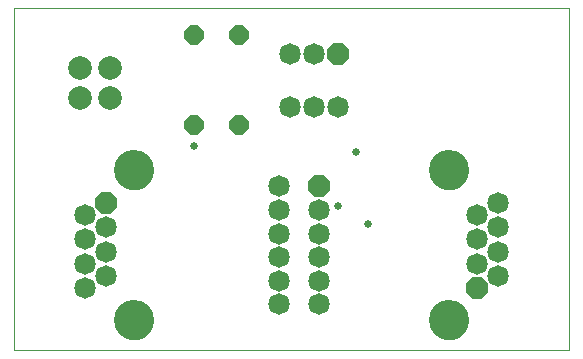
<source format=gts>
G75*
%MOIN*%
%OFA0B0*%
%FSLAX25Y25*%
%IPPOS*%
%LPD*%
%AMOC8*
5,1,8,0,0,1.08239X$1,22.5*
%
%ADD10C,0.00000*%
%ADD11OC8,0.07178*%
%ADD12C,0.07178*%
%ADD13C,0.13398*%
%ADD14C,0.07887*%
%ADD15OC8,0.06560*%
%ADD16C,0.02581*%
D10*
X0017242Y0036778D02*
X0017242Y0150952D01*
X0202281Y0150952D01*
X0202281Y0036778D01*
X0017242Y0036778D01*
X0050943Y0046778D02*
X0050945Y0046936D01*
X0050951Y0047094D01*
X0050961Y0047252D01*
X0050975Y0047410D01*
X0050993Y0047567D01*
X0051014Y0047724D01*
X0051040Y0047880D01*
X0051070Y0048036D01*
X0051103Y0048191D01*
X0051141Y0048344D01*
X0051182Y0048497D01*
X0051227Y0048649D01*
X0051276Y0048800D01*
X0051329Y0048949D01*
X0051385Y0049097D01*
X0051445Y0049243D01*
X0051509Y0049388D01*
X0051577Y0049531D01*
X0051648Y0049673D01*
X0051722Y0049813D01*
X0051800Y0049950D01*
X0051882Y0050086D01*
X0051966Y0050220D01*
X0052055Y0050351D01*
X0052146Y0050480D01*
X0052241Y0050607D01*
X0052338Y0050732D01*
X0052439Y0050854D01*
X0052543Y0050973D01*
X0052650Y0051090D01*
X0052760Y0051204D01*
X0052873Y0051315D01*
X0052988Y0051424D01*
X0053106Y0051529D01*
X0053227Y0051631D01*
X0053350Y0051731D01*
X0053476Y0051827D01*
X0053604Y0051920D01*
X0053734Y0052010D01*
X0053867Y0052096D01*
X0054002Y0052180D01*
X0054138Y0052259D01*
X0054277Y0052336D01*
X0054418Y0052408D01*
X0054560Y0052478D01*
X0054704Y0052543D01*
X0054850Y0052605D01*
X0054997Y0052663D01*
X0055146Y0052718D01*
X0055296Y0052769D01*
X0055447Y0052816D01*
X0055599Y0052859D01*
X0055752Y0052898D01*
X0055907Y0052934D01*
X0056062Y0052965D01*
X0056218Y0052993D01*
X0056374Y0053017D01*
X0056531Y0053037D01*
X0056689Y0053053D01*
X0056846Y0053065D01*
X0057005Y0053073D01*
X0057163Y0053077D01*
X0057321Y0053077D01*
X0057479Y0053073D01*
X0057638Y0053065D01*
X0057795Y0053053D01*
X0057953Y0053037D01*
X0058110Y0053017D01*
X0058266Y0052993D01*
X0058422Y0052965D01*
X0058577Y0052934D01*
X0058732Y0052898D01*
X0058885Y0052859D01*
X0059037Y0052816D01*
X0059188Y0052769D01*
X0059338Y0052718D01*
X0059487Y0052663D01*
X0059634Y0052605D01*
X0059780Y0052543D01*
X0059924Y0052478D01*
X0060066Y0052408D01*
X0060207Y0052336D01*
X0060346Y0052259D01*
X0060482Y0052180D01*
X0060617Y0052096D01*
X0060750Y0052010D01*
X0060880Y0051920D01*
X0061008Y0051827D01*
X0061134Y0051731D01*
X0061257Y0051631D01*
X0061378Y0051529D01*
X0061496Y0051424D01*
X0061611Y0051315D01*
X0061724Y0051204D01*
X0061834Y0051090D01*
X0061941Y0050973D01*
X0062045Y0050854D01*
X0062146Y0050732D01*
X0062243Y0050607D01*
X0062338Y0050480D01*
X0062429Y0050351D01*
X0062518Y0050220D01*
X0062602Y0050086D01*
X0062684Y0049950D01*
X0062762Y0049813D01*
X0062836Y0049673D01*
X0062907Y0049531D01*
X0062975Y0049388D01*
X0063039Y0049243D01*
X0063099Y0049097D01*
X0063155Y0048949D01*
X0063208Y0048800D01*
X0063257Y0048649D01*
X0063302Y0048497D01*
X0063343Y0048344D01*
X0063381Y0048191D01*
X0063414Y0048036D01*
X0063444Y0047880D01*
X0063470Y0047724D01*
X0063491Y0047567D01*
X0063509Y0047410D01*
X0063523Y0047252D01*
X0063533Y0047094D01*
X0063539Y0046936D01*
X0063541Y0046778D01*
X0063539Y0046620D01*
X0063533Y0046462D01*
X0063523Y0046304D01*
X0063509Y0046146D01*
X0063491Y0045989D01*
X0063470Y0045832D01*
X0063444Y0045676D01*
X0063414Y0045520D01*
X0063381Y0045365D01*
X0063343Y0045212D01*
X0063302Y0045059D01*
X0063257Y0044907D01*
X0063208Y0044756D01*
X0063155Y0044607D01*
X0063099Y0044459D01*
X0063039Y0044313D01*
X0062975Y0044168D01*
X0062907Y0044025D01*
X0062836Y0043883D01*
X0062762Y0043743D01*
X0062684Y0043606D01*
X0062602Y0043470D01*
X0062518Y0043336D01*
X0062429Y0043205D01*
X0062338Y0043076D01*
X0062243Y0042949D01*
X0062146Y0042824D01*
X0062045Y0042702D01*
X0061941Y0042583D01*
X0061834Y0042466D01*
X0061724Y0042352D01*
X0061611Y0042241D01*
X0061496Y0042132D01*
X0061378Y0042027D01*
X0061257Y0041925D01*
X0061134Y0041825D01*
X0061008Y0041729D01*
X0060880Y0041636D01*
X0060750Y0041546D01*
X0060617Y0041460D01*
X0060482Y0041376D01*
X0060346Y0041297D01*
X0060207Y0041220D01*
X0060066Y0041148D01*
X0059924Y0041078D01*
X0059780Y0041013D01*
X0059634Y0040951D01*
X0059487Y0040893D01*
X0059338Y0040838D01*
X0059188Y0040787D01*
X0059037Y0040740D01*
X0058885Y0040697D01*
X0058732Y0040658D01*
X0058577Y0040622D01*
X0058422Y0040591D01*
X0058266Y0040563D01*
X0058110Y0040539D01*
X0057953Y0040519D01*
X0057795Y0040503D01*
X0057638Y0040491D01*
X0057479Y0040483D01*
X0057321Y0040479D01*
X0057163Y0040479D01*
X0057005Y0040483D01*
X0056846Y0040491D01*
X0056689Y0040503D01*
X0056531Y0040519D01*
X0056374Y0040539D01*
X0056218Y0040563D01*
X0056062Y0040591D01*
X0055907Y0040622D01*
X0055752Y0040658D01*
X0055599Y0040697D01*
X0055447Y0040740D01*
X0055296Y0040787D01*
X0055146Y0040838D01*
X0054997Y0040893D01*
X0054850Y0040951D01*
X0054704Y0041013D01*
X0054560Y0041078D01*
X0054418Y0041148D01*
X0054277Y0041220D01*
X0054138Y0041297D01*
X0054002Y0041376D01*
X0053867Y0041460D01*
X0053734Y0041546D01*
X0053604Y0041636D01*
X0053476Y0041729D01*
X0053350Y0041825D01*
X0053227Y0041925D01*
X0053106Y0042027D01*
X0052988Y0042132D01*
X0052873Y0042241D01*
X0052760Y0042352D01*
X0052650Y0042466D01*
X0052543Y0042583D01*
X0052439Y0042702D01*
X0052338Y0042824D01*
X0052241Y0042949D01*
X0052146Y0043076D01*
X0052055Y0043205D01*
X0051966Y0043336D01*
X0051882Y0043470D01*
X0051800Y0043606D01*
X0051722Y0043743D01*
X0051648Y0043883D01*
X0051577Y0044025D01*
X0051509Y0044168D01*
X0051445Y0044313D01*
X0051385Y0044459D01*
X0051329Y0044607D01*
X0051276Y0044756D01*
X0051227Y0044907D01*
X0051182Y0045059D01*
X0051141Y0045212D01*
X0051103Y0045365D01*
X0051070Y0045520D01*
X0051040Y0045676D01*
X0051014Y0045832D01*
X0050993Y0045989D01*
X0050975Y0046146D01*
X0050961Y0046304D01*
X0050951Y0046462D01*
X0050945Y0046620D01*
X0050943Y0046778D01*
X0050943Y0096778D02*
X0050945Y0096936D01*
X0050951Y0097094D01*
X0050961Y0097252D01*
X0050975Y0097410D01*
X0050993Y0097567D01*
X0051014Y0097724D01*
X0051040Y0097880D01*
X0051070Y0098036D01*
X0051103Y0098191D01*
X0051141Y0098344D01*
X0051182Y0098497D01*
X0051227Y0098649D01*
X0051276Y0098800D01*
X0051329Y0098949D01*
X0051385Y0099097D01*
X0051445Y0099243D01*
X0051509Y0099388D01*
X0051577Y0099531D01*
X0051648Y0099673D01*
X0051722Y0099813D01*
X0051800Y0099950D01*
X0051882Y0100086D01*
X0051966Y0100220D01*
X0052055Y0100351D01*
X0052146Y0100480D01*
X0052241Y0100607D01*
X0052338Y0100732D01*
X0052439Y0100854D01*
X0052543Y0100973D01*
X0052650Y0101090D01*
X0052760Y0101204D01*
X0052873Y0101315D01*
X0052988Y0101424D01*
X0053106Y0101529D01*
X0053227Y0101631D01*
X0053350Y0101731D01*
X0053476Y0101827D01*
X0053604Y0101920D01*
X0053734Y0102010D01*
X0053867Y0102096D01*
X0054002Y0102180D01*
X0054138Y0102259D01*
X0054277Y0102336D01*
X0054418Y0102408D01*
X0054560Y0102478D01*
X0054704Y0102543D01*
X0054850Y0102605D01*
X0054997Y0102663D01*
X0055146Y0102718D01*
X0055296Y0102769D01*
X0055447Y0102816D01*
X0055599Y0102859D01*
X0055752Y0102898D01*
X0055907Y0102934D01*
X0056062Y0102965D01*
X0056218Y0102993D01*
X0056374Y0103017D01*
X0056531Y0103037D01*
X0056689Y0103053D01*
X0056846Y0103065D01*
X0057005Y0103073D01*
X0057163Y0103077D01*
X0057321Y0103077D01*
X0057479Y0103073D01*
X0057638Y0103065D01*
X0057795Y0103053D01*
X0057953Y0103037D01*
X0058110Y0103017D01*
X0058266Y0102993D01*
X0058422Y0102965D01*
X0058577Y0102934D01*
X0058732Y0102898D01*
X0058885Y0102859D01*
X0059037Y0102816D01*
X0059188Y0102769D01*
X0059338Y0102718D01*
X0059487Y0102663D01*
X0059634Y0102605D01*
X0059780Y0102543D01*
X0059924Y0102478D01*
X0060066Y0102408D01*
X0060207Y0102336D01*
X0060346Y0102259D01*
X0060482Y0102180D01*
X0060617Y0102096D01*
X0060750Y0102010D01*
X0060880Y0101920D01*
X0061008Y0101827D01*
X0061134Y0101731D01*
X0061257Y0101631D01*
X0061378Y0101529D01*
X0061496Y0101424D01*
X0061611Y0101315D01*
X0061724Y0101204D01*
X0061834Y0101090D01*
X0061941Y0100973D01*
X0062045Y0100854D01*
X0062146Y0100732D01*
X0062243Y0100607D01*
X0062338Y0100480D01*
X0062429Y0100351D01*
X0062518Y0100220D01*
X0062602Y0100086D01*
X0062684Y0099950D01*
X0062762Y0099813D01*
X0062836Y0099673D01*
X0062907Y0099531D01*
X0062975Y0099388D01*
X0063039Y0099243D01*
X0063099Y0099097D01*
X0063155Y0098949D01*
X0063208Y0098800D01*
X0063257Y0098649D01*
X0063302Y0098497D01*
X0063343Y0098344D01*
X0063381Y0098191D01*
X0063414Y0098036D01*
X0063444Y0097880D01*
X0063470Y0097724D01*
X0063491Y0097567D01*
X0063509Y0097410D01*
X0063523Y0097252D01*
X0063533Y0097094D01*
X0063539Y0096936D01*
X0063541Y0096778D01*
X0063539Y0096620D01*
X0063533Y0096462D01*
X0063523Y0096304D01*
X0063509Y0096146D01*
X0063491Y0095989D01*
X0063470Y0095832D01*
X0063444Y0095676D01*
X0063414Y0095520D01*
X0063381Y0095365D01*
X0063343Y0095212D01*
X0063302Y0095059D01*
X0063257Y0094907D01*
X0063208Y0094756D01*
X0063155Y0094607D01*
X0063099Y0094459D01*
X0063039Y0094313D01*
X0062975Y0094168D01*
X0062907Y0094025D01*
X0062836Y0093883D01*
X0062762Y0093743D01*
X0062684Y0093606D01*
X0062602Y0093470D01*
X0062518Y0093336D01*
X0062429Y0093205D01*
X0062338Y0093076D01*
X0062243Y0092949D01*
X0062146Y0092824D01*
X0062045Y0092702D01*
X0061941Y0092583D01*
X0061834Y0092466D01*
X0061724Y0092352D01*
X0061611Y0092241D01*
X0061496Y0092132D01*
X0061378Y0092027D01*
X0061257Y0091925D01*
X0061134Y0091825D01*
X0061008Y0091729D01*
X0060880Y0091636D01*
X0060750Y0091546D01*
X0060617Y0091460D01*
X0060482Y0091376D01*
X0060346Y0091297D01*
X0060207Y0091220D01*
X0060066Y0091148D01*
X0059924Y0091078D01*
X0059780Y0091013D01*
X0059634Y0090951D01*
X0059487Y0090893D01*
X0059338Y0090838D01*
X0059188Y0090787D01*
X0059037Y0090740D01*
X0058885Y0090697D01*
X0058732Y0090658D01*
X0058577Y0090622D01*
X0058422Y0090591D01*
X0058266Y0090563D01*
X0058110Y0090539D01*
X0057953Y0090519D01*
X0057795Y0090503D01*
X0057638Y0090491D01*
X0057479Y0090483D01*
X0057321Y0090479D01*
X0057163Y0090479D01*
X0057005Y0090483D01*
X0056846Y0090491D01*
X0056689Y0090503D01*
X0056531Y0090519D01*
X0056374Y0090539D01*
X0056218Y0090563D01*
X0056062Y0090591D01*
X0055907Y0090622D01*
X0055752Y0090658D01*
X0055599Y0090697D01*
X0055447Y0090740D01*
X0055296Y0090787D01*
X0055146Y0090838D01*
X0054997Y0090893D01*
X0054850Y0090951D01*
X0054704Y0091013D01*
X0054560Y0091078D01*
X0054418Y0091148D01*
X0054277Y0091220D01*
X0054138Y0091297D01*
X0054002Y0091376D01*
X0053867Y0091460D01*
X0053734Y0091546D01*
X0053604Y0091636D01*
X0053476Y0091729D01*
X0053350Y0091825D01*
X0053227Y0091925D01*
X0053106Y0092027D01*
X0052988Y0092132D01*
X0052873Y0092241D01*
X0052760Y0092352D01*
X0052650Y0092466D01*
X0052543Y0092583D01*
X0052439Y0092702D01*
X0052338Y0092824D01*
X0052241Y0092949D01*
X0052146Y0093076D01*
X0052055Y0093205D01*
X0051966Y0093336D01*
X0051882Y0093470D01*
X0051800Y0093606D01*
X0051722Y0093743D01*
X0051648Y0093883D01*
X0051577Y0094025D01*
X0051509Y0094168D01*
X0051445Y0094313D01*
X0051385Y0094459D01*
X0051329Y0094607D01*
X0051276Y0094756D01*
X0051227Y0094907D01*
X0051182Y0095059D01*
X0051141Y0095212D01*
X0051103Y0095365D01*
X0051070Y0095520D01*
X0051040Y0095676D01*
X0051014Y0095832D01*
X0050993Y0095989D01*
X0050975Y0096146D01*
X0050961Y0096304D01*
X0050951Y0096462D01*
X0050945Y0096620D01*
X0050943Y0096778D01*
X0155943Y0096778D02*
X0155945Y0096936D01*
X0155951Y0097094D01*
X0155961Y0097252D01*
X0155975Y0097410D01*
X0155993Y0097567D01*
X0156014Y0097724D01*
X0156040Y0097880D01*
X0156070Y0098036D01*
X0156103Y0098191D01*
X0156141Y0098344D01*
X0156182Y0098497D01*
X0156227Y0098649D01*
X0156276Y0098800D01*
X0156329Y0098949D01*
X0156385Y0099097D01*
X0156445Y0099243D01*
X0156509Y0099388D01*
X0156577Y0099531D01*
X0156648Y0099673D01*
X0156722Y0099813D01*
X0156800Y0099950D01*
X0156882Y0100086D01*
X0156966Y0100220D01*
X0157055Y0100351D01*
X0157146Y0100480D01*
X0157241Y0100607D01*
X0157338Y0100732D01*
X0157439Y0100854D01*
X0157543Y0100973D01*
X0157650Y0101090D01*
X0157760Y0101204D01*
X0157873Y0101315D01*
X0157988Y0101424D01*
X0158106Y0101529D01*
X0158227Y0101631D01*
X0158350Y0101731D01*
X0158476Y0101827D01*
X0158604Y0101920D01*
X0158734Y0102010D01*
X0158867Y0102096D01*
X0159002Y0102180D01*
X0159138Y0102259D01*
X0159277Y0102336D01*
X0159418Y0102408D01*
X0159560Y0102478D01*
X0159704Y0102543D01*
X0159850Y0102605D01*
X0159997Y0102663D01*
X0160146Y0102718D01*
X0160296Y0102769D01*
X0160447Y0102816D01*
X0160599Y0102859D01*
X0160752Y0102898D01*
X0160907Y0102934D01*
X0161062Y0102965D01*
X0161218Y0102993D01*
X0161374Y0103017D01*
X0161531Y0103037D01*
X0161689Y0103053D01*
X0161846Y0103065D01*
X0162005Y0103073D01*
X0162163Y0103077D01*
X0162321Y0103077D01*
X0162479Y0103073D01*
X0162638Y0103065D01*
X0162795Y0103053D01*
X0162953Y0103037D01*
X0163110Y0103017D01*
X0163266Y0102993D01*
X0163422Y0102965D01*
X0163577Y0102934D01*
X0163732Y0102898D01*
X0163885Y0102859D01*
X0164037Y0102816D01*
X0164188Y0102769D01*
X0164338Y0102718D01*
X0164487Y0102663D01*
X0164634Y0102605D01*
X0164780Y0102543D01*
X0164924Y0102478D01*
X0165066Y0102408D01*
X0165207Y0102336D01*
X0165346Y0102259D01*
X0165482Y0102180D01*
X0165617Y0102096D01*
X0165750Y0102010D01*
X0165880Y0101920D01*
X0166008Y0101827D01*
X0166134Y0101731D01*
X0166257Y0101631D01*
X0166378Y0101529D01*
X0166496Y0101424D01*
X0166611Y0101315D01*
X0166724Y0101204D01*
X0166834Y0101090D01*
X0166941Y0100973D01*
X0167045Y0100854D01*
X0167146Y0100732D01*
X0167243Y0100607D01*
X0167338Y0100480D01*
X0167429Y0100351D01*
X0167518Y0100220D01*
X0167602Y0100086D01*
X0167684Y0099950D01*
X0167762Y0099813D01*
X0167836Y0099673D01*
X0167907Y0099531D01*
X0167975Y0099388D01*
X0168039Y0099243D01*
X0168099Y0099097D01*
X0168155Y0098949D01*
X0168208Y0098800D01*
X0168257Y0098649D01*
X0168302Y0098497D01*
X0168343Y0098344D01*
X0168381Y0098191D01*
X0168414Y0098036D01*
X0168444Y0097880D01*
X0168470Y0097724D01*
X0168491Y0097567D01*
X0168509Y0097410D01*
X0168523Y0097252D01*
X0168533Y0097094D01*
X0168539Y0096936D01*
X0168541Y0096778D01*
X0168539Y0096620D01*
X0168533Y0096462D01*
X0168523Y0096304D01*
X0168509Y0096146D01*
X0168491Y0095989D01*
X0168470Y0095832D01*
X0168444Y0095676D01*
X0168414Y0095520D01*
X0168381Y0095365D01*
X0168343Y0095212D01*
X0168302Y0095059D01*
X0168257Y0094907D01*
X0168208Y0094756D01*
X0168155Y0094607D01*
X0168099Y0094459D01*
X0168039Y0094313D01*
X0167975Y0094168D01*
X0167907Y0094025D01*
X0167836Y0093883D01*
X0167762Y0093743D01*
X0167684Y0093606D01*
X0167602Y0093470D01*
X0167518Y0093336D01*
X0167429Y0093205D01*
X0167338Y0093076D01*
X0167243Y0092949D01*
X0167146Y0092824D01*
X0167045Y0092702D01*
X0166941Y0092583D01*
X0166834Y0092466D01*
X0166724Y0092352D01*
X0166611Y0092241D01*
X0166496Y0092132D01*
X0166378Y0092027D01*
X0166257Y0091925D01*
X0166134Y0091825D01*
X0166008Y0091729D01*
X0165880Y0091636D01*
X0165750Y0091546D01*
X0165617Y0091460D01*
X0165482Y0091376D01*
X0165346Y0091297D01*
X0165207Y0091220D01*
X0165066Y0091148D01*
X0164924Y0091078D01*
X0164780Y0091013D01*
X0164634Y0090951D01*
X0164487Y0090893D01*
X0164338Y0090838D01*
X0164188Y0090787D01*
X0164037Y0090740D01*
X0163885Y0090697D01*
X0163732Y0090658D01*
X0163577Y0090622D01*
X0163422Y0090591D01*
X0163266Y0090563D01*
X0163110Y0090539D01*
X0162953Y0090519D01*
X0162795Y0090503D01*
X0162638Y0090491D01*
X0162479Y0090483D01*
X0162321Y0090479D01*
X0162163Y0090479D01*
X0162005Y0090483D01*
X0161846Y0090491D01*
X0161689Y0090503D01*
X0161531Y0090519D01*
X0161374Y0090539D01*
X0161218Y0090563D01*
X0161062Y0090591D01*
X0160907Y0090622D01*
X0160752Y0090658D01*
X0160599Y0090697D01*
X0160447Y0090740D01*
X0160296Y0090787D01*
X0160146Y0090838D01*
X0159997Y0090893D01*
X0159850Y0090951D01*
X0159704Y0091013D01*
X0159560Y0091078D01*
X0159418Y0091148D01*
X0159277Y0091220D01*
X0159138Y0091297D01*
X0159002Y0091376D01*
X0158867Y0091460D01*
X0158734Y0091546D01*
X0158604Y0091636D01*
X0158476Y0091729D01*
X0158350Y0091825D01*
X0158227Y0091925D01*
X0158106Y0092027D01*
X0157988Y0092132D01*
X0157873Y0092241D01*
X0157760Y0092352D01*
X0157650Y0092466D01*
X0157543Y0092583D01*
X0157439Y0092702D01*
X0157338Y0092824D01*
X0157241Y0092949D01*
X0157146Y0093076D01*
X0157055Y0093205D01*
X0156966Y0093336D01*
X0156882Y0093470D01*
X0156800Y0093606D01*
X0156722Y0093743D01*
X0156648Y0093883D01*
X0156577Y0094025D01*
X0156509Y0094168D01*
X0156445Y0094313D01*
X0156385Y0094459D01*
X0156329Y0094607D01*
X0156276Y0094756D01*
X0156227Y0094907D01*
X0156182Y0095059D01*
X0156141Y0095212D01*
X0156103Y0095365D01*
X0156070Y0095520D01*
X0156040Y0095676D01*
X0156014Y0095832D01*
X0155993Y0095989D01*
X0155975Y0096146D01*
X0155961Y0096304D01*
X0155951Y0096462D01*
X0155945Y0096620D01*
X0155943Y0096778D01*
X0155943Y0046778D02*
X0155945Y0046936D01*
X0155951Y0047094D01*
X0155961Y0047252D01*
X0155975Y0047410D01*
X0155993Y0047567D01*
X0156014Y0047724D01*
X0156040Y0047880D01*
X0156070Y0048036D01*
X0156103Y0048191D01*
X0156141Y0048344D01*
X0156182Y0048497D01*
X0156227Y0048649D01*
X0156276Y0048800D01*
X0156329Y0048949D01*
X0156385Y0049097D01*
X0156445Y0049243D01*
X0156509Y0049388D01*
X0156577Y0049531D01*
X0156648Y0049673D01*
X0156722Y0049813D01*
X0156800Y0049950D01*
X0156882Y0050086D01*
X0156966Y0050220D01*
X0157055Y0050351D01*
X0157146Y0050480D01*
X0157241Y0050607D01*
X0157338Y0050732D01*
X0157439Y0050854D01*
X0157543Y0050973D01*
X0157650Y0051090D01*
X0157760Y0051204D01*
X0157873Y0051315D01*
X0157988Y0051424D01*
X0158106Y0051529D01*
X0158227Y0051631D01*
X0158350Y0051731D01*
X0158476Y0051827D01*
X0158604Y0051920D01*
X0158734Y0052010D01*
X0158867Y0052096D01*
X0159002Y0052180D01*
X0159138Y0052259D01*
X0159277Y0052336D01*
X0159418Y0052408D01*
X0159560Y0052478D01*
X0159704Y0052543D01*
X0159850Y0052605D01*
X0159997Y0052663D01*
X0160146Y0052718D01*
X0160296Y0052769D01*
X0160447Y0052816D01*
X0160599Y0052859D01*
X0160752Y0052898D01*
X0160907Y0052934D01*
X0161062Y0052965D01*
X0161218Y0052993D01*
X0161374Y0053017D01*
X0161531Y0053037D01*
X0161689Y0053053D01*
X0161846Y0053065D01*
X0162005Y0053073D01*
X0162163Y0053077D01*
X0162321Y0053077D01*
X0162479Y0053073D01*
X0162638Y0053065D01*
X0162795Y0053053D01*
X0162953Y0053037D01*
X0163110Y0053017D01*
X0163266Y0052993D01*
X0163422Y0052965D01*
X0163577Y0052934D01*
X0163732Y0052898D01*
X0163885Y0052859D01*
X0164037Y0052816D01*
X0164188Y0052769D01*
X0164338Y0052718D01*
X0164487Y0052663D01*
X0164634Y0052605D01*
X0164780Y0052543D01*
X0164924Y0052478D01*
X0165066Y0052408D01*
X0165207Y0052336D01*
X0165346Y0052259D01*
X0165482Y0052180D01*
X0165617Y0052096D01*
X0165750Y0052010D01*
X0165880Y0051920D01*
X0166008Y0051827D01*
X0166134Y0051731D01*
X0166257Y0051631D01*
X0166378Y0051529D01*
X0166496Y0051424D01*
X0166611Y0051315D01*
X0166724Y0051204D01*
X0166834Y0051090D01*
X0166941Y0050973D01*
X0167045Y0050854D01*
X0167146Y0050732D01*
X0167243Y0050607D01*
X0167338Y0050480D01*
X0167429Y0050351D01*
X0167518Y0050220D01*
X0167602Y0050086D01*
X0167684Y0049950D01*
X0167762Y0049813D01*
X0167836Y0049673D01*
X0167907Y0049531D01*
X0167975Y0049388D01*
X0168039Y0049243D01*
X0168099Y0049097D01*
X0168155Y0048949D01*
X0168208Y0048800D01*
X0168257Y0048649D01*
X0168302Y0048497D01*
X0168343Y0048344D01*
X0168381Y0048191D01*
X0168414Y0048036D01*
X0168444Y0047880D01*
X0168470Y0047724D01*
X0168491Y0047567D01*
X0168509Y0047410D01*
X0168523Y0047252D01*
X0168533Y0047094D01*
X0168539Y0046936D01*
X0168541Y0046778D01*
X0168539Y0046620D01*
X0168533Y0046462D01*
X0168523Y0046304D01*
X0168509Y0046146D01*
X0168491Y0045989D01*
X0168470Y0045832D01*
X0168444Y0045676D01*
X0168414Y0045520D01*
X0168381Y0045365D01*
X0168343Y0045212D01*
X0168302Y0045059D01*
X0168257Y0044907D01*
X0168208Y0044756D01*
X0168155Y0044607D01*
X0168099Y0044459D01*
X0168039Y0044313D01*
X0167975Y0044168D01*
X0167907Y0044025D01*
X0167836Y0043883D01*
X0167762Y0043743D01*
X0167684Y0043606D01*
X0167602Y0043470D01*
X0167518Y0043336D01*
X0167429Y0043205D01*
X0167338Y0043076D01*
X0167243Y0042949D01*
X0167146Y0042824D01*
X0167045Y0042702D01*
X0166941Y0042583D01*
X0166834Y0042466D01*
X0166724Y0042352D01*
X0166611Y0042241D01*
X0166496Y0042132D01*
X0166378Y0042027D01*
X0166257Y0041925D01*
X0166134Y0041825D01*
X0166008Y0041729D01*
X0165880Y0041636D01*
X0165750Y0041546D01*
X0165617Y0041460D01*
X0165482Y0041376D01*
X0165346Y0041297D01*
X0165207Y0041220D01*
X0165066Y0041148D01*
X0164924Y0041078D01*
X0164780Y0041013D01*
X0164634Y0040951D01*
X0164487Y0040893D01*
X0164338Y0040838D01*
X0164188Y0040787D01*
X0164037Y0040740D01*
X0163885Y0040697D01*
X0163732Y0040658D01*
X0163577Y0040622D01*
X0163422Y0040591D01*
X0163266Y0040563D01*
X0163110Y0040539D01*
X0162953Y0040519D01*
X0162795Y0040503D01*
X0162638Y0040491D01*
X0162479Y0040483D01*
X0162321Y0040479D01*
X0162163Y0040479D01*
X0162005Y0040483D01*
X0161846Y0040491D01*
X0161689Y0040503D01*
X0161531Y0040519D01*
X0161374Y0040539D01*
X0161218Y0040563D01*
X0161062Y0040591D01*
X0160907Y0040622D01*
X0160752Y0040658D01*
X0160599Y0040697D01*
X0160447Y0040740D01*
X0160296Y0040787D01*
X0160146Y0040838D01*
X0159997Y0040893D01*
X0159850Y0040951D01*
X0159704Y0041013D01*
X0159560Y0041078D01*
X0159418Y0041148D01*
X0159277Y0041220D01*
X0159138Y0041297D01*
X0159002Y0041376D01*
X0158867Y0041460D01*
X0158734Y0041546D01*
X0158604Y0041636D01*
X0158476Y0041729D01*
X0158350Y0041825D01*
X0158227Y0041925D01*
X0158106Y0042027D01*
X0157988Y0042132D01*
X0157873Y0042241D01*
X0157760Y0042352D01*
X0157650Y0042466D01*
X0157543Y0042583D01*
X0157439Y0042702D01*
X0157338Y0042824D01*
X0157241Y0042949D01*
X0157146Y0043076D01*
X0157055Y0043205D01*
X0156966Y0043336D01*
X0156882Y0043470D01*
X0156800Y0043606D01*
X0156722Y0043743D01*
X0156648Y0043883D01*
X0156577Y0044025D01*
X0156509Y0044168D01*
X0156445Y0044313D01*
X0156385Y0044459D01*
X0156329Y0044607D01*
X0156276Y0044756D01*
X0156227Y0044907D01*
X0156182Y0045059D01*
X0156141Y0045212D01*
X0156103Y0045365D01*
X0156070Y0045520D01*
X0156040Y0045676D01*
X0156014Y0045832D01*
X0155993Y0045989D01*
X0155975Y0046146D01*
X0155961Y0046304D01*
X0155951Y0046462D01*
X0155945Y0046620D01*
X0155943Y0046778D01*
D11*
X0171494Y0057723D03*
X0118935Y0091463D03*
X0125116Y0135637D03*
X0047990Y0085833D03*
D12*
X0040982Y0081818D03*
X0047990Y0077822D03*
X0040982Y0073806D03*
X0047990Y0069751D03*
X0040982Y0065735D03*
X0047990Y0061739D03*
X0040982Y0057723D03*
X0105549Y0059967D03*
X0105549Y0052093D03*
X0118935Y0052093D03*
X0118935Y0059967D03*
X0118935Y0067841D03*
X0118935Y0075715D03*
X0118935Y0083589D03*
X0105549Y0083589D03*
X0105549Y0091463D03*
X0105549Y0075715D03*
X0105549Y0067841D03*
X0109368Y0117920D03*
X0117242Y0117920D03*
X0125116Y0117920D03*
X0117242Y0135637D03*
X0109368Y0135637D03*
X0178502Y0085833D03*
X0171494Y0081818D03*
X0178502Y0077822D03*
X0171494Y0073806D03*
X0178502Y0069751D03*
X0171494Y0065735D03*
X0178502Y0061739D03*
D13*
X0162242Y0046778D03*
X0162242Y0096778D03*
X0057242Y0096778D03*
X0057242Y0046778D03*
D14*
X0049242Y0120778D03*
X0039242Y0120778D03*
X0039242Y0130778D03*
X0049242Y0130778D03*
D15*
X0077242Y0141778D03*
X0092242Y0141778D03*
X0092242Y0111778D03*
X0077242Y0111778D03*
D16*
X0077242Y0104778D03*
X0125242Y0084778D03*
X0135242Y0078778D03*
X0131242Y0102778D03*
M02*

</source>
